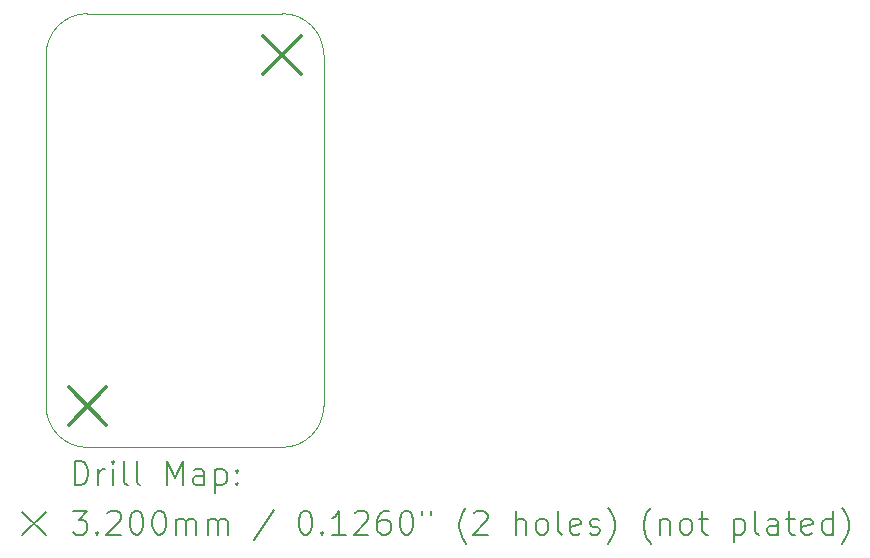
<source format=gbr>
%TF.GenerationSoftware,KiCad,Pcbnew,7.0.1*%
%TF.CreationDate,2025-03-09T11:47:40-05:00*%
%TF.ProjectId,Single Mosfet Board V2,53696e67-6c65-4204-9d6f-736665742042,rev?*%
%TF.SameCoordinates,Original*%
%TF.FileFunction,Drillmap*%
%TF.FilePolarity,Positive*%
%FSLAX45Y45*%
G04 Gerber Fmt 4.5, Leading zero omitted, Abs format (unit mm)*
G04 Created by KiCad (PCBNEW 7.0.1) date 2025-03-09 11:47:40*
%MOMM*%
%LPD*%
G01*
G04 APERTURE LIST*
%ADD10C,0.100000*%
%ADD11C,0.200000*%
%ADD12C,0.320000*%
G04 APERTURE END LIST*
D10*
X13100000Y-6127000D02*
G75*
G03*
X12750000Y-6477000I0J-350000D01*
G01*
X15100000Y-6477000D02*
G75*
G03*
X14750000Y-6127000I-350000J0D01*
G01*
X13100000Y-9800000D02*
X14750000Y-9800000D01*
X14750000Y-6127000D02*
X13100000Y-6127000D01*
X12750000Y-9450000D02*
G75*
G03*
X13100000Y-9800000I350000J0D01*
G01*
X14750000Y-9800000D02*
G75*
G03*
X15100000Y-9450000I0J350000D01*
G01*
X15100000Y-9450000D02*
X15100000Y-6477000D01*
X12750000Y-6477000D02*
X12750000Y-9450000D01*
D11*
D12*
X12940000Y-9290000D02*
X13260000Y-9610000D01*
X13260000Y-9290000D02*
X12940000Y-9610000D01*
X14590000Y-6317000D02*
X14910000Y-6637000D01*
X14910000Y-6317000D02*
X14590000Y-6637000D01*
D11*
X12992619Y-10117524D02*
X12992619Y-9917524D01*
X12992619Y-9917524D02*
X13040238Y-9917524D01*
X13040238Y-9917524D02*
X13068809Y-9927048D01*
X13068809Y-9927048D02*
X13087857Y-9946095D01*
X13087857Y-9946095D02*
X13097381Y-9965143D01*
X13097381Y-9965143D02*
X13106905Y-10003238D01*
X13106905Y-10003238D02*
X13106905Y-10031810D01*
X13106905Y-10031810D02*
X13097381Y-10069905D01*
X13097381Y-10069905D02*
X13087857Y-10088952D01*
X13087857Y-10088952D02*
X13068809Y-10108000D01*
X13068809Y-10108000D02*
X13040238Y-10117524D01*
X13040238Y-10117524D02*
X12992619Y-10117524D01*
X13192619Y-10117524D02*
X13192619Y-9984190D01*
X13192619Y-10022286D02*
X13202143Y-10003238D01*
X13202143Y-10003238D02*
X13211667Y-9993714D01*
X13211667Y-9993714D02*
X13230714Y-9984190D01*
X13230714Y-9984190D02*
X13249762Y-9984190D01*
X13316428Y-10117524D02*
X13316428Y-9984190D01*
X13316428Y-9917524D02*
X13306905Y-9927048D01*
X13306905Y-9927048D02*
X13316428Y-9936571D01*
X13316428Y-9936571D02*
X13325952Y-9927048D01*
X13325952Y-9927048D02*
X13316428Y-9917524D01*
X13316428Y-9917524D02*
X13316428Y-9936571D01*
X13440238Y-10117524D02*
X13421190Y-10108000D01*
X13421190Y-10108000D02*
X13411667Y-10088952D01*
X13411667Y-10088952D02*
X13411667Y-9917524D01*
X13545000Y-10117524D02*
X13525952Y-10108000D01*
X13525952Y-10108000D02*
X13516428Y-10088952D01*
X13516428Y-10088952D02*
X13516428Y-9917524D01*
X13773571Y-10117524D02*
X13773571Y-9917524D01*
X13773571Y-9917524D02*
X13840238Y-10060381D01*
X13840238Y-10060381D02*
X13906905Y-9917524D01*
X13906905Y-9917524D02*
X13906905Y-10117524D01*
X14087857Y-10117524D02*
X14087857Y-10012762D01*
X14087857Y-10012762D02*
X14078333Y-9993714D01*
X14078333Y-9993714D02*
X14059286Y-9984190D01*
X14059286Y-9984190D02*
X14021190Y-9984190D01*
X14021190Y-9984190D02*
X14002143Y-9993714D01*
X14087857Y-10108000D02*
X14068809Y-10117524D01*
X14068809Y-10117524D02*
X14021190Y-10117524D01*
X14021190Y-10117524D02*
X14002143Y-10108000D01*
X14002143Y-10108000D02*
X13992619Y-10088952D01*
X13992619Y-10088952D02*
X13992619Y-10069905D01*
X13992619Y-10069905D02*
X14002143Y-10050857D01*
X14002143Y-10050857D02*
X14021190Y-10041333D01*
X14021190Y-10041333D02*
X14068809Y-10041333D01*
X14068809Y-10041333D02*
X14087857Y-10031810D01*
X14183095Y-9984190D02*
X14183095Y-10184190D01*
X14183095Y-9993714D02*
X14202143Y-9984190D01*
X14202143Y-9984190D02*
X14240238Y-9984190D01*
X14240238Y-9984190D02*
X14259286Y-9993714D01*
X14259286Y-9993714D02*
X14268809Y-10003238D01*
X14268809Y-10003238D02*
X14278333Y-10022286D01*
X14278333Y-10022286D02*
X14278333Y-10079429D01*
X14278333Y-10079429D02*
X14268809Y-10098476D01*
X14268809Y-10098476D02*
X14259286Y-10108000D01*
X14259286Y-10108000D02*
X14240238Y-10117524D01*
X14240238Y-10117524D02*
X14202143Y-10117524D01*
X14202143Y-10117524D02*
X14183095Y-10108000D01*
X14364048Y-10098476D02*
X14373571Y-10108000D01*
X14373571Y-10108000D02*
X14364048Y-10117524D01*
X14364048Y-10117524D02*
X14354524Y-10108000D01*
X14354524Y-10108000D02*
X14364048Y-10098476D01*
X14364048Y-10098476D02*
X14364048Y-10117524D01*
X14364048Y-9993714D02*
X14373571Y-10003238D01*
X14373571Y-10003238D02*
X14364048Y-10012762D01*
X14364048Y-10012762D02*
X14354524Y-10003238D01*
X14354524Y-10003238D02*
X14364048Y-9993714D01*
X14364048Y-9993714D02*
X14364048Y-10012762D01*
X12545000Y-10345000D02*
X12745000Y-10545000D01*
X12745000Y-10345000D02*
X12545000Y-10545000D01*
X12973571Y-10337524D02*
X13097381Y-10337524D01*
X13097381Y-10337524D02*
X13030714Y-10413714D01*
X13030714Y-10413714D02*
X13059286Y-10413714D01*
X13059286Y-10413714D02*
X13078333Y-10423238D01*
X13078333Y-10423238D02*
X13087857Y-10432762D01*
X13087857Y-10432762D02*
X13097381Y-10451810D01*
X13097381Y-10451810D02*
X13097381Y-10499429D01*
X13097381Y-10499429D02*
X13087857Y-10518476D01*
X13087857Y-10518476D02*
X13078333Y-10528000D01*
X13078333Y-10528000D02*
X13059286Y-10537524D01*
X13059286Y-10537524D02*
X13002143Y-10537524D01*
X13002143Y-10537524D02*
X12983095Y-10528000D01*
X12983095Y-10528000D02*
X12973571Y-10518476D01*
X13183095Y-10518476D02*
X13192619Y-10528000D01*
X13192619Y-10528000D02*
X13183095Y-10537524D01*
X13183095Y-10537524D02*
X13173571Y-10528000D01*
X13173571Y-10528000D02*
X13183095Y-10518476D01*
X13183095Y-10518476D02*
X13183095Y-10537524D01*
X13268809Y-10356571D02*
X13278333Y-10347048D01*
X13278333Y-10347048D02*
X13297381Y-10337524D01*
X13297381Y-10337524D02*
X13345000Y-10337524D01*
X13345000Y-10337524D02*
X13364048Y-10347048D01*
X13364048Y-10347048D02*
X13373571Y-10356571D01*
X13373571Y-10356571D02*
X13383095Y-10375619D01*
X13383095Y-10375619D02*
X13383095Y-10394667D01*
X13383095Y-10394667D02*
X13373571Y-10423238D01*
X13373571Y-10423238D02*
X13259286Y-10537524D01*
X13259286Y-10537524D02*
X13383095Y-10537524D01*
X13506905Y-10337524D02*
X13525952Y-10337524D01*
X13525952Y-10337524D02*
X13545000Y-10347048D01*
X13545000Y-10347048D02*
X13554524Y-10356571D01*
X13554524Y-10356571D02*
X13564048Y-10375619D01*
X13564048Y-10375619D02*
X13573571Y-10413714D01*
X13573571Y-10413714D02*
X13573571Y-10461333D01*
X13573571Y-10461333D02*
X13564048Y-10499429D01*
X13564048Y-10499429D02*
X13554524Y-10518476D01*
X13554524Y-10518476D02*
X13545000Y-10528000D01*
X13545000Y-10528000D02*
X13525952Y-10537524D01*
X13525952Y-10537524D02*
X13506905Y-10537524D01*
X13506905Y-10537524D02*
X13487857Y-10528000D01*
X13487857Y-10528000D02*
X13478333Y-10518476D01*
X13478333Y-10518476D02*
X13468809Y-10499429D01*
X13468809Y-10499429D02*
X13459286Y-10461333D01*
X13459286Y-10461333D02*
X13459286Y-10413714D01*
X13459286Y-10413714D02*
X13468809Y-10375619D01*
X13468809Y-10375619D02*
X13478333Y-10356571D01*
X13478333Y-10356571D02*
X13487857Y-10347048D01*
X13487857Y-10347048D02*
X13506905Y-10337524D01*
X13697381Y-10337524D02*
X13716429Y-10337524D01*
X13716429Y-10337524D02*
X13735476Y-10347048D01*
X13735476Y-10347048D02*
X13745000Y-10356571D01*
X13745000Y-10356571D02*
X13754524Y-10375619D01*
X13754524Y-10375619D02*
X13764048Y-10413714D01*
X13764048Y-10413714D02*
X13764048Y-10461333D01*
X13764048Y-10461333D02*
X13754524Y-10499429D01*
X13754524Y-10499429D02*
X13745000Y-10518476D01*
X13745000Y-10518476D02*
X13735476Y-10528000D01*
X13735476Y-10528000D02*
X13716429Y-10537524D01*
X13716429Y-10537524D02*
X13697381Y-10537524D01*
X13697381Y-10537524D02*
X13678333Y-10528000D01*
X13678333Y-10528000D02*
X13668809Y-10518476D01*
X13668809Y-10518476D02*
X13659286Y-10499429D01*
X13659286Y-10499429D02*
X13649762Y-10461333D01*
X13649762Y-10461333D02*
X13649762Y-10413714D01*
X13649762Y-10413714D02*
X13659286Y-10375619D01*
X13659286Y-10375619D02*
X13668809Y-10356571D01*
X13668809Y-10356571D02*
X13678333Y-10347048D01*
X13678333Y-10347048D02*
X13697381Y-10337524D01*
X13849762Y-10537524D02*
X13849762Y-10404190D01*
X13849762Y-10423238D02*
X13859286Y-10413714D01*
X13859286Y-10413714D02*
X13878333Y-10404190D01*
X13878333Y-10404190D02*
X13906905Y-10404190D01*
X13906905Y-10404190D02*
X13925952Y-10413714D01*
X13925952Y-10413714D02*
X13935476Y-10432762D01*
X13935476Y-10432762D02*
X13935476Y-10537524D01*
X13935476Y-10432762D02*
X13945000Y-10413714D01*
X13945000Y-10413714D02*
X13964048Y-10404190D01*
X13964048Y-10404190D02*
X13992619Y-10404190D01*
X13992619Y-10404190D02*
X14011667Y-10413714D01*
X14011667Y-10413714D02*
X14021190Y-10432762D01*
X14021190Y-10432762D02*
X14021190Y-10537524D01*
X14116429Y-10537524D02*
X14116429Y-10404190D01*
X14116429Y-10423238D02*
X14125952Y-10413714D01*
X14125952Y-10413714D02*
X14145000Y-10404190D01*
X14145000Y-10404190D02*
X14173571Y-10404190D01*
X14173571Y-10404190D02*
X14192619Y-10413714D01*
X14192619Y-10413714D02*
X14202143Y-10432762D01*
X14202143Y-10432762D02*
X14202143Y-10537524D01*
X14202143Y-10432762D02*
X14211667Y-10413714D01*
X14211667Y-10413714D02*
X14230714Y-10404190D01*
X14230714Y-10404190D02*
X14259286Y-10404190D01*
X14259286Y-10404190D02*
X14278333Y-10413714D01*
X14278333Y-10413714D02*
X14287857Y-10432762D01*
X14287857Y-10432762D02*
X14287857Y-10537524D01*
X14678333Y-10328000D02*
X14506905Y-10585143D01*
X14935476Y-10337524D02*
X14954524Y-10337524D01*
X14954524Y-10337524D02*
X14973572Y-10347048D01*
X14973572Y-10347048D02*
X14983095Y-10356571D01*
X14983095Y-10356571D02*
X14992619Y-10375619D01*
X14992619Y-10375619D02*
X15002143Y-10413714D01*
X15002143Y-10413714D02*
X15002143Y-10461333D01*
X15002143Y-10461333D02*
X14992619Y-10499429D01*
X14992619Y-10499429D02*
X14983095Y-10518476D01*
X14983095Y-10518476D02*
X14973572Y-10528000D01*
X14973572Y-10528000D02*
X14954524Y-10537524D01*
X14954524Y-10537524D02*
X14935476Y-10537524D01*
X14935476Y-10537524D02*
X14916429Y-10528000D01*
X14916429Y-10528000D02*
X14906905Y-10518476D01*
X14906905Y-10518476D02*
X14897381Y-10499429D01*
X14897381Y-10499429D02*
X14887857Y-10461333D01*
X14887857Y-10461333D02*
X14887857Y-10413714D01*
X14887857Y-10413714D02*
X14897381Y-10375619D01*
X14897381Y-10375619D02*
X14906905Y-10356571D01*
X14906905Y-10356571D02*
X14916429Y-10347048D01*
X14916429Y-10347048D02*
X14935476Y-10337524D01*
X15087857Y-10518476D02*
X15097381Y-10528000D01*
X15097381Y-10528000D02*
X15087857Y-10537524D01*
X15087857Y-10537524D02*
X15078333Y-10528000D01*
X15078333Y-10528000D02*
X15087857Y-10518476D01*
X15087857Y-10518476D02*
X15087857Y-10537524D01*
X15287857Y-10537524D02*
X15173572Y-10537524D01*
X15230714Y-10537524D02*
X15230714Y-10337524D01*
X15230714Y-10337524D02*
X15211667Y-10366095D01*
X15211667Y-10366095D02*
X15192619Y-10385143D01*
X15192619Y-10385143D02*
X15173572Y-10394667D01*
X15364048Y-10356571D02*
X15373572Y-10347048D01*
X15373572Y-10347048D02*
X15392619Y-10337524D01*
X15392619Y-10337524D02*
X15440238Y-10337524D01*
X15440238Y-10337524D02*
X15459286Y-10347048D01*
X15459286Y-10347048D02*
X15468810Y-10356571D01*
X15468810Y-10356571D02*
X15478333Y-10375619D01*
X15478333Y-10375619D02*
X15478333Y-10394667D01*
X15478333Y-10394667D02*
X15468810Y-10423238D01*
X15468810Y-10423238D02*
X15354524Y-10537524D01*
X15354524Y-10537524D02*
X15478333Y-10537524D01*
X15649762Y-10337524D02*
X15611667Y-10337524D01*
X15611667Y-10337524D02*
X15592619Y-10347048D01*
X15592619Y-10347048D02*
X15583095Y-10356571D01*
X15583095Y-10356571D02*
X15564048Y-10385143D01*
X15564048Y-10385143D02*
X15554524Y-10423238D01*
X15554524Y-10423238D02*
X15554524Y-10499429D01*
X15554524Y-10499429D02*
X15564048Y-10518476D01*
X15564048Y-10518476D02*
X15573572Y-10528000D01*
X15573572Y-10528000D02*
X15592619Y-10537524D01*
X15592619Y-10537524D02*
X15630714Y-10537524D01*
X15630714Y-10537524D02*
X15649762Y-10528000D01*
X15649762Y-10528000D02*
X15659286Y-10518476D01*
X15659286Y-10518476D02*
X15668810Y-10499429D01*
X15668810Y-10499429D02*
X15668810Y-10451810D01*
X15668810Y-10451810D02*
X15659286Y-10432762D01*
X15659286Y-10432762D02*
X15649762Y-10423238D01*
X15649762Y-10423238D02*
X15630714Y-10413714D01*
X15630714Y-10413714D02*
X15592619Y-10413714D01*
X15592619Y-10413714D02*
X15573572Y-10423238D01*
X15573572Y-10423238D02*
X15564048Y-10432762D01*
X15564048Y-10432762D02*
X15554524Y-10451810D01*
X15792619Y-10337524D02*
X15811667Y-10337524D01*
X15811667Y-10337524D02*
X15830714Y-10347048D01*
X15830714Y-10347048D02*
X15840238Y-10356571D01*
X15840238Y-10356571D02*
X15849762Y-10375619D01*
X15849762Y-10375619D02*
X15859286Y-10413714D01*
X15859286Y-10413714D02*
X15859286Y-10461333D01*
X15859286Y-10461333D02*
X15849762Y-10499429D01*
X15849762Y-10499429D02*
X15840238Y-10518476D01*
X15840238Y-10518476D02*
X15830714Y-10528000D01*
X15830714Y-10528000D02*
X15811667Y-10537524D01*
X15811667Y-10537524D02*
X15792619Y-10537524D01*
X15792619Y-10537524D02*
X15773572Y-10528000D01*
X15773572Y-10528000D02*
X15764048Y-10518476D01*
X15764048Y-10518476D02*
X15754524Y-10499429D01*
X15754524Y-10499429D02*
X15745000Y-10461333D01*
X15745000Y-10461333D02*
X15745000Y-10413714D01*
X15745000Y-10413714D02*
X15754524Y-10375619D01*
X15754524Y-10375619D02*
X15764048Y-10356571D01*
X15764048Y-10356571D02*
X15773572Y-10347048D01*
X15773572Y-10347048D02*
X15792619Y-10337524D01*
X15935476Y-10337524D02*
X15935476Y-10375619D01*
X16011667Y-10337524D02*
X16011667Y-10375619D01*
X16306905Y-10613714D02*
X16297381Y-10604190D01*
X16297381Y-10604190D02*
X16278334Y-10575619D01*
X16278334Y-10575619D02*
X16268810Y-10556571D01*
X16268810Y-10556571D02*
X16259286Y-10528000D01*
X16259286Y-10528000D02*
X16249762Y-10480381D01*
X16249762Y-10480381D02*
X16249762Y-10442286D01*
X16249762Y-10442286D02*
X16259286Y-10394667D01*
X16259286Y-10394667D02*
X16268810Y-10366095D01*
X16268810Y-10366095D02*
X16278334Y-10347048D01*
X16278334Y-10347048D02*
X16297381Y-10318476D01*
X16297381Y-10318476D02*
X16306905Y-10308952D01*
X16373572Y-10356571D02*
X16383095Y-10347048D01*
X16383095Y-10347048D02*
X16402143Y-10337524D01*
X16402143Y-10337524D02*
X16449762Y-10337524D01*
X16449762Y-10337524D02*
X16468810Y-10347048D01*
X16468810Y-10347048D02*
X16478334Y-10356571D01*
X16478334Y-10356571D02*
X16487857Y-10375619D01*
X16487857Y-10375619D02*
X16487857Y-10394667D01*
X16487857Y-10394667D02*
X16478334Y-10423238D01*
X16478334Y-10423238D02*
X16364048Y-10537524D01*
X16364048Y-10537524D02*
X16487857Y-10537524D01*
X16725953Y-10537524D02*
X16725953Y-10337524D01*
X16811667Y-10537524D02*
X16811667Y-10432762D01*
X16811667Y-10432762D02*
X16802143Y-10413714D01*
X16802143Y-10413714D02*
X16783096Y-10404190D01*
X16783096Y-10404190D02*
X16754524Y-10404190D01*
X16754524Y-10404190D02*
X16735476Y-10413714D01*
X16735476Y-10413714D02*
X16725953Y-10423238D01*
X16935477Y-10537524D02*
X16916429Y-10528000D01*
X16916429Y-10528000D02*
X16906905Y-10518476D01*
X16906905Y-10518476D02*
X16897381Y-10499429D01*
X16897381Y-10499429D02*
X16897381Y-10442286D01*
X16897381Y-10442286D02*
X16906905Y-10423238D01*
X16906905Y-10423238D02*
X16916429Y-10413714D01*
X16916429Y-10413714D02*
X16935477Y-10404190D01*
X16935477Y-10404190D02*
X16964048Y-10404190D01*
X16964048Y-10404190D02*
X16983096Y-10413714D01*
X16983096Y-10413714D02*
X16992619Y-10423238D01*
X16992619Y-10423238D02*
X17002143Y-10442286D01*
X17002143Y-10442286D02*
X17002143Y-10499429D01*
X17002143Y-10499429D02*
X16992619Y-10518476D01*
X16992619Y-10518476D02*
X16983096Y-10528000D01*
X16983096Y-10528000D02*
X16964048Y-10537524D01*
X16964048Y-10537524D02*
X16935477Y-10537524D01*
X17116429Y-10537524D02*
X17097381Y-10528000D01*
X17097381Y-10528000D02*
X17087858Y-10508952D01*
X17087858Y-10508952D02*
X17087858Y-10337524D01*
X17268810Y-10528000D02*
X17249762Y-10537524D01*
X17249762Y-10537524D02*
X17211667Y-10537524D01*
X17211667Y-10537524D02*
X17192619Y-10528000D01*
X17192619Y-10528000D02*
X17183096Y-10508952D01*
X17183096Y-10508952D02*
X17183096Y-10432762D01*
X17183096Y-10432762D02*
X17192619Y-10413714D01*
X17192619Y-10413714D02*
X17211667Y-10404190D01*
X17211667Y-10404190D02*
X17249762Y-10404190D01*
X17249762Y-10404190D02*
X17268810Y-10413714D01*
X17268810Y-10413714D02*
X17278334Y-10432762D01*
X17278334Y-10432762D02*
X17278334Y-10451810D01*
X17278334Y-10451810D02*
X17183096Y-10470857D01*
X17354524Y-10528000D02*
X17373572Y-10537524D01*
X17373572Y-10537524D02*
X17411667Y-10537524D01*
X17411667Y-10537524D02*
X17430715Y-10528000D01*
X17430715Y-10528000D02*
X17440239Y-10508952D01*
X17440239Y-10508952D02*
X17440239Y-10499429D01*
X17440239Y-10499429D02*
X17430715Y-10480381D01*
X17430715Y-10480381D02*
X17411667Y-10470857D01*
X17411667Y-10470857D02*
X17383096Y-10470857D01*
X17383096Y-10470857D02*
X17364048Y-10461333D01*
X17364048Y-10461333D02*
X17354524Y-10442286D01*
X17354524Y-10442286D02*
X17354524Y-10432762D01*
X17354524Y-10432762D02*
X17364048Y-10413714D01*
X17364048Y-10413714D02*
X17383096Y-10404190D01*
X17383096Y-10404190D02*
X17411667Y-10404190D01*
X17411667Y-10404190D02*
X17430715Y-10413714D01*
X17506905Y-10613714D02*
X17516429Y-10604190D01*
X17516429Y-10604190D02*
X17535477Y-10575619D01*
X17535477Y-10575619D02*
X17545000Y-10556571D01*
X17545000Y-10556571D02*
X17554524Y-10528000D01*
X17554524Y-10528000D02*
X17564048Y-10480381D01*
X17564048Y-10480381D02*
X17564048Y-10442286D01*
X17564048Y-10442286D02*
X17554524Y-10394667D01*
X17554524Y-10394667D02*
X17545000Y-10366095D01*
X17545000Y-10366095D02*
X17535477Y-10347048D01*
X17535477Y-10347048D02*
X17516429Y-10318476D01*
X17516429Y-10318476D02*
X17506905Y-10308952D01*
X17868810Y-10613714D02*
X17859286Y-10604190D01*
X17859286Y-10604190D02*
X17840239Y-10575619D01*
X17840239Y-10575619D02*
X17830715Y-10556571D01*
X17830715Y-10556571D02*
X17821191Y-10528000D01*
X17821191Y-10528000D02*
X17811667Y-10480381D01*
X17811667Y-10480381D02*
X17811667Y-10442286D01*
X17811667Y-10442286D02*
X17821191Y-10394667D01*
X17821191Y-10394667D02*
X17830715Y-10366095D01*
X17830715Y-10366095D02*
X17840239Y-10347048D01*
X17840239Y-10347048D02*
X17859286Y-10318476D01*
X17859286Y-10318476D02*
X17868810Y-10308952D01*
X17945000Y-10404190D02*
X17945000Y-10537524D01*
X17945000Y-10423238D02*
X17954524Y-10413714D01*
X17954524Y-10413714D02*
X17973572Y-10404190D01*
X17973572Y-10404190D02*
X18002143Y-10404190D01*
X18002143Y-10404190D02*
X18021191Y-10413714D01*
X18021191Y-10413714D02*
X18030715Y-10432762D01*
X18030715Y-10432762D02*
X18030715Y-10537524D01*
X18154524Y-10537524D02*
X18135477Y-10528000D01*
X18135477Y-10528000D02*
X18125953Y-10518476D01*
X18125953Y-10518476D02*
X18116429Y-10499429D01*
X18116429Y-10499429D02*
X18116429Y-10442286D01*
X18116429Y-10442286D02*
X18125953Y-10423238D01*
X18125953Y-10423238D02*
X18135477Y-10413714D01*
X18135477Y-10413714D02*
X18154524Y-10404190D01*
X18154524Y-10404190D02*
X18183096Y-10404190D01*
X18183096Y-10404190D02*
X18202143Y-10413714D01*
X18202143Y-10413714D02*
X18211667Y-10423238D01*
X18211667Y-10423238D02*
X18221191Y-10442286D01*
X18221191Y-10442286D02*
X18221191Y-10499429D01*
X18221191Y-10499429D02*
X18211667Y-10518476D01*
X18211667Y-10518476D02*
X18202143Y-10528000D01*
X18202143Y-10528000D02*
X18183096Y-10537524D01*
X18183096Y-10537524D02*
X18154524Y-10537524D01*
X18278334Y-10404190D02*
X18354524Y-10404190D01*
X18306905Y-10337524D02*
X18306905Y-10508952D01*
X18306905Y-10508952D02*
X18316429Y-10528000D01*
X18316429Y-10528000D02*
X18335477Y-10537524D01*
X18335477Y-10537524D02*
X18354524Y-10537524D01*
X18573572Y-10404190D02*
X18573572Y-10604190D01*
X18573572Y-10413714D02*
X18592620Y-10404190D01*
X18592620Y-10404190D02*
X18630715Y-10404190D01*
X18630715Y-10404190D02*
X18649762Y-10413714D01*
X18649762Y-10413714D02*
X18659286Y-10423238D01*
X18659286Y-10423238D02*
X18668810Y-10442286D01*
X18668810Y-10442286D02*
X18668810Y-10499429D01*
X18668810Y-10499429D02*
X18659286Y-10518476D01*
X18659286Y-10518476D02*
X18649762Y-10528000D01*
X18649762Y-10528000D02*
X18630715Y-10537524D01*
X18630715Y-10537524D02*
X18592620Y-10537524D01*
X18592620Y-10537524D02*
X18573572Y-10528000D01*
X18783096Y-10537524D02*
X18764048Y-10528000D01*
X18764048Y-10528000D02*
X18754524Y-10508952D01*
X18754524Y-10508952D02*
X18754524Y-10337524D01*
X18945001Y-10537524D02*
X18945001Y-10432762D01*
X18945001Y-10432762D02*
X18935477Y-10413714D01*
X18935477Y-10413714D02*
X18916429Y-10404190D01*
X18916429Y-10404190D02*
X18878334Y-10404190D01*
X18878334Y-10404190D02*
X18859286Y-10413714D01*
X18945001Y-10528000D02*
X18925953Y-10537524D01*
X18925953Y-10537524D02*
X18878334Y-10537524D01*
X18878334Y-10537524D02*
X18859286Y-10528000D01*
X18859286Y-10528000D02*
X18849762Y-10508952D01*
X18849762Y-10508952D02*
X18849762Y-10489905D01*
X18849762Y-10489905D02*
X18859286Y-10470857D01*
X18859286Y-10470857D02*
X18878334Y-10461333D01*
X18878334Y-10461333D02*
X18925953Y-10461333D01*
X18925953Y-10461333D02*
X18945001Y-10451810D01*
X19011667Y-10404190D02*
X19087858Y-10404190D01*
X19040239Y-10337524D02*
X19040239Y-10508952D01*
X19040239Y-10508952D02*
X19049762Y-10528000D01*
X19049762Y-10528000D02*
X19068810Y-10537524D01*
X19068810Y-10537524D02*
X19087858Y-10537524D01*
X19230715Y-10528000D02*
X19211667Y-10537524D01*
X19211667Y-10537524D02*
X19173572Y-10537524D01*
X19173572Y-10537524D02*
X19154524Y-10528000D01*
X19154524Y-10528000D02*
X19145001Y-10508952D01*
X19145001Y-10508952D02*
X19145001Y-10432762D01*
X19145001Y-10432762D02*
X19154524Y-10413714D01*
X19154524Y-10413714D02*
X19173572Y-10404190D01*
X19173572Y-10404190D02*
X19211667Y-10404190D01*
X19211667Y-10404190D02*
X19230715Y-10413714D01*
X19230715Y-10413714D02*
X19240239Y-10432762D01*
X19240239Y-10432762D02*
X19240239Y-10451810D01*
X19240239Y-10451810D02*
X19145001Y-10470857D01*
X19411667Y-10537524D02*
X19411667Y-10337524D01*
X19411667Y-10528000D02*
X19392620Y-10537524D01*
X19392620Y-10537524D02*
X19354524Y-10537524D01*
X19354524Y-10537524D02*
X19335477Y-10528000D01*
X19335477Y-10528000D02*
X19325953Y-10518476D01*
X19325953Y-10518476D02*
X19316429Y-10499429D01*
X19316429Y-10499429D02*
X19316429Y-10442286D01*
X19316429Y-10442286D02*
X19325953Y-10423238D01*
X19325953Y-10423238D02*
X19335477Y-10413714D01*
X19335477Y-10413714D02*
X19354524Y-10404190D01*
X19354524Y-10404190D02*
X19392620Y-10404190D01*
X19392620Y-10404190D02*
X19411667Y-10413714D01*
X19487858Y-10613714D02*
X19497382Y-10604190D01*
X19497382Y-10604190D02*
X19516429Y-10575619D01*
X19516429Y-10575619D02*
X19525953Y-10556571D01*
X19525953Y-10556571D02*
X19535477Y-10528000D01*
X19535477Y-10528000D02*
X19545001Y-10480381D01*
X19545001Y-10480381D02*
X19545001Y-10442286D01*
X19545001Y-10442286D02*
X19535477Y-10394667D01*
X19535477Y-10394667D02*
X19525953Y-10366095D01*
X19525953Y-10366095D02*
X19516429Y-10347048D01*
X19516429Y-10347048D02*
X19497382Y-10318476D01*
X19497382Y-10318476D02*
X19487858Y-10308952D01*
M02*

</source>
